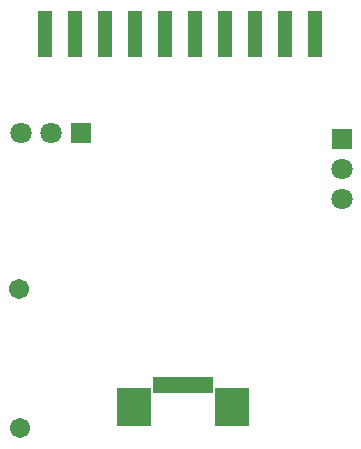
<source format=gbs>
G04*
G04 #@! TF.GenerationSoftware,Altium Limited,Altium Designer,24.6.1 (21)*
G04*
G04 Layer_Color=16711935*
%FSLAX44Y44*%
%MOMM*%
G71*
G04*
G04 #@! TF.SameCoordinates,8DCAB7A9-A94A-4F5B-9992-067C88242E54*
G04*
G04*
G04 #@! TF.FilePolarity,Negative*
G04*
G01*
G75*
%ADD27R,1.2032X3.9032*%
%ADD31C,1.7032*%
%ADD32C,1.8032*%
%ADD33R,1.8032X1.8032*%
%ADD34R,1.8032X1.8032*%
%ADD44R,2.9032X3.2032*%
%ADD45R,0.5032X1.4032*%
D27*
X50546Y359316D02*
D03*
X75946D02*
D03*
X101346D02*
D03*
X126746D02*
D03*
X152146D02*
D03*
X177546D02*
D03*
X202946D02*
D03*
X228346D02*
D03*
X253746D02*
D03*
X279146D02*
D03*
D31*
X28702Y25146D02*
D03*
X27940Y143376D02*
D03*
D32*
X29529Y275124D02*
D03*
X54929D02*
D03*
X301498Y244856D02*
D03*
Y219456D02*
D03*
D33*
X80329Y275124D02*
D03*
D34*
X301498Y270256D02*
D03*
D44*
X125222Y43180D02*
D03*
X208822D02*
D03*
D45*
X169522Y61780D02*
D03*
X174522D02*
D03*
X179522D02*
D03*
X184522D02*
D03*
X189522D02*
D03*
X164522D02*
D03*
X159522D02*
D03*
X154522D02*
D03*
X149522D02*
D03*
X144522D02*
D03*
M02*

</source>
